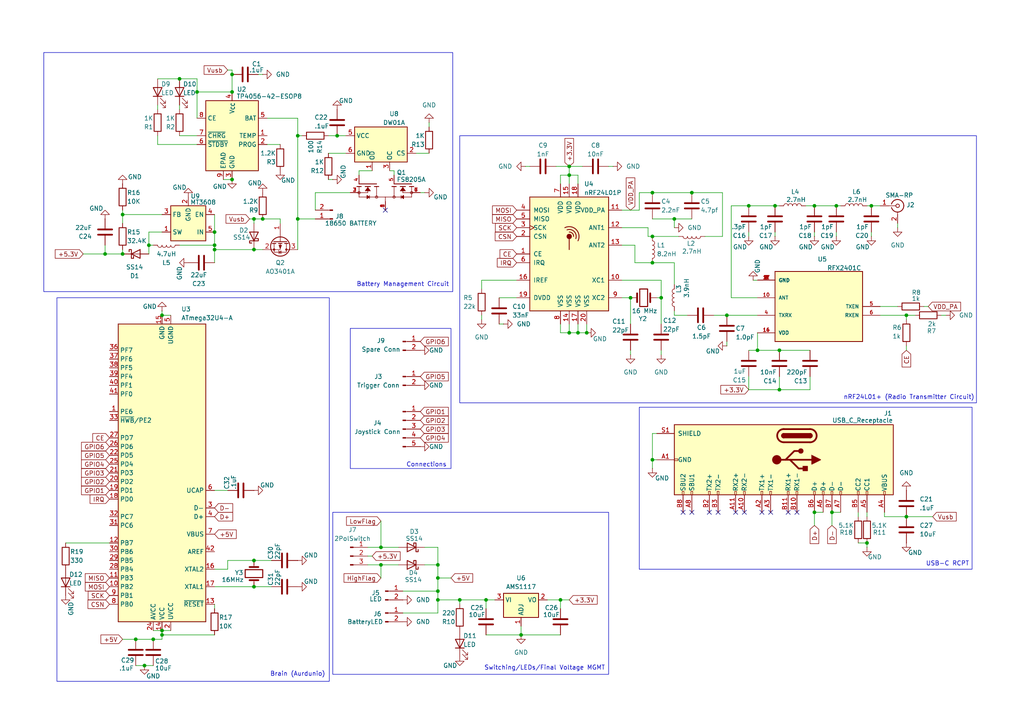
<source format=kicad_sch>
(kicad_sch (version 20250114) (generator "eeschema") (generator_version "9.0")
  (paper "A4")
  (rectangle (start 133.35 39.37) (end 283.21 116.84))
  (rectangle (start 96.52 148.59) (end 176.53 195.58))
  (rectangle (start 101.6 95.25) (end 130.81 135.89))
  (rectangle (start 185.42 118.11) (end 281.94 165.1))
  (rectangle (start 12.7 15.24) (end 131.318 84.582))
  (rectangle (start 16.51 86.36) (end 95.504 197.612))
  (text "Brain (Aurdunio)" (at 86.36 195.58 0) (effects (font (size 1.27 1.27))))
  (text "Battery Management Circuit" (at 116.84 82.55 0) (effects (font (size 1.27 1.27))))
  (text "nRF24L01+ (Radio Transmitter Circuit)" (at 263.652 115.316 0) (effects (font (size 1.27 1.27))))
  (text "Connections" (at 123.698 134.874 0) (effects (font (size 1.27 1.27))))
  (text "Switching/LEDs/Final Voltage MGMT" (at 157.988 193.802 0) (effects (font (size 1.27 1.27))))
  (text "USB-C RCPT" (at 274.828 163.576 0) (effects (font (size 1.27 1.27))))
  (junction (at 224.79 59.69))
  (junction (at 62.23 67.31))
  (junction (at 165.1 48.26))
  (junction (at 67.31 26.67))
  (junction (at 251.46 157.48))
  (junction (at 189.23 55.88))
  (junction (at 127 171.45))
  (junction (at 241.3 148.59))
  (junction (at 44.45 185.42))
  (junction (at 140.97 173.99))
  (junction (at 167.64 96.52))
  (junction (at 97.79 39.37))
  (junction (at 226.06 101.6))
  (junction (at 200.66 55.88))
  (junction (at 165.1 96.52))
  (junction (at 73.66 162.56))
  (junction (at 133.35 173.99))
  (junction (at 151.13 184.15))
  (junction (at 262.89 149.86))
  (junction (at 191.77 86.36))
  (junction (at 242.57 59.69))
  (junction (at 252.73 59.69))
  (junction (at 73.66 63.5))
  (junction (at 62.23 72.39))
  (junction (at 41.91 193.04))
  (junction (at 67.31 52.07))
  (junction (at 189.23 76.2))
  (junction (at 43.18 71.12))
  (junction (at 182.88 86.36))
  (junction (at 189.23 133.35))
  (junction (at 73.66 170.18))
  (junction (at 217.17 59.69))
  (junction (at 127 173.99))
  (junction (at 35.56 62.23))
  (junction (at 165.1 50.8))
  (junction (at 35.56 73.66))
  (junction (at 73.66 72.39))
  (junction (at 110.49 163.83))
  (junction (at 30.48 73.66))
  (junction (at 76.2 63.5))
  (junction (at 62.23 71.12))
  (junction (at 127 167.64))
  (junction (at 219.71 101.6))
  (junction (at 86.36 63.5))
  (junction (at 262.89 91.44))
  (junction (at 189.23 68.58))
  (junction (at 86.36 39.37))
  (junction (at 127 163.83))
  (junction (at 226.06 113.03))
  (junction (at 110.49 158.75))
  (junction (at 195.58 63.5))
  (junction (at 39.37 185.42))
  (junction (at 236.22 59.69))
  (junction (at 52.07 22.86))
  (junction (at 236.22 148.59))
  (junction (at 46.99 182.88))
  (junction (at 210.82 91.44))
  (junction (at 67.31 21.59))
  (junction (at 46.99 184.15))
  (junction (at 170.18 96.52))
  (junction (at 162.56 173.99))
  (junction (at 57.15 26.67))
  (junction (at 46.99 91.44))
  (no_connect (at 198.12 148.59))
  (no_connect (at 228.6 148.59))
  (no_connect (at 208.28 148.59))
  (no_connect (at 220.98 148.59))
  (no_connect (at 213.36 148.59))
  (no_connect (at 200.66 148.59))
  (no_connect (at 111.76 60.96))
  (no_connect (at 205.74 148.59))
  (no_connect (at 231.14 148.59))
  (no_connect (at 215.9 148.59))
  (no_connect (at 223.52 148.59))
  (wire (pts (xy 200.66 55.88) (xy 209.55 55.88)))
  (wire (pts (xy 248.92 148.59) (xy 248.92 149.86)))
  (wire (pts (xy 236.22 68.58) (xy 236.22 67.31)))
  (wire (pts (xy 91.44 55.88) (xy 101.6 55.88)))
  (wire (pts (xy 236.22 148.59) (xy 236.22 152.4)))
  (wire (pts (xy 251.46 157.48) (xy 251.46 158.75)))
  (wire (pts (xy 62.23 71.12) (xy 62.23 67.31)))
  (wire (pts (xy 217.17 113.03) (xy 226.06 113.03)))
  (wire (pts (xy 35.56 62.23) (xy 35.56 60.96)))
  (wire (pts (xy 189.23 125.73) (xy 189.23 133.35)))
  (wire (pts (xy 252.73 59.69) (xy 255.27 59.69)))
  (wire (pts (xy 127 158.75) (xy 127 163.83)))
  (wire (pts (xy 234.95 113.03) (xy 234.95 109.22)))
  (wire (pts (xy 120.65 44.45) (xy 124.46 44.45)))
  (wire (pts (xy 74.93 21.59) (xy 76.2 21.59)))
  (wire (pts (xy 76.2 63.5) (xy 81.28 63.5)))
  (wire (pts (xy 180.34 86.36) (xy 182.88 86.36)))
  (wire (pts (xy 189.23 133.35) (xy 190.5 133.35)))
  (wire (pts (xy 140.97 184.15) (xy 151.13 184.15)))
  (wire (pts (xy 52.07 31.75) (xy 52.07 30.48)))
  (wire (pts (xy 233.68 59.69) (xy 236.22 59.69)))
  (wire (pts (xy 52.07 39.37) (xy 57.15 39.37)))
  (wire (pts (xy 217.17 59.69) (xy 224.79 59.69)))
  (wire (pts (xy 191.77 86.36) (xy 190.5 86.36)))
  (wire (pts (xy 165.1 48.26) (xy 168.91 48.26)))
  (wire (pts (xy 127 167.64) (xy 127 171.45)))
  (wire (pts (xy 241.3 148.59) (xy 241.3 152.4)))
  (wire (pts (xy 189.23 63.5) (xy 195.58 63.5)))
  (wire (pts (xy 44.45 71.12) (xy 43.18 71.12)))
  (wire (pts (xy 127 173.99) (xy 133.35 173.99)))
  (wire (pts (xy 39.37 193.04) (xy 41.91 193.04)))
  (wire (pts (xy 209.55 68.58) (xy 209.55 55.88)))
  (wire (pts (xy 189.23 68.58) (xy 187.96 68.58)))
  (wire (pts (xy 46.99 182.88) (xy 46.99 184.15)))
  (wire (pts (xy 123.19 158.75) (xy 127 158.75)))
  (wire (pts (xy 62.23 71.12) (xy 52.07 71.12)))
  (wire (pts (xy 139.7 91.44) (xy 139.7 92.71)))
  (wire (pts (xy 152.4 48.26) (xy 153.67 48.26)))
  (wire (pts (xy 19.05 157.48) (xy 31.75 157.48)))
  (wire (pts (xy 189.23 55.88) (xy 200.66 55.88)))
  (wire (pts (xy 100.33 44.45) (xy 95.25 44.45)))
  (wire (pts (xy 226.06 101.6) (xy 219.71 101.6)))
  (wire (pts (xy 180.34 60.96) (xy 185.42 60.96)))
  (wire (pts (xy 165.1 50.8) (xy 165.1 53.34)))
  (wire (pts (xy 255.27 88.9) (xy 260.35 88.9)))
  (wire (pts (xy 242.57 59.69) (xy 243.84 59.69)))
  (wire (pts (xy 144.78 93.98) (xy 146.05 93.98)))
  (wire (pts (xy 91.44 63.5) (xy 86.36 63.5)))
  (wire (pts (xy 180.34 66.04) (xy 187.96 66.04)))
  (wire (pts (xy 251.46 59.69) (xy 252.73 59.69)))
  (wire (pts (xy 252.73 68.58) (xy 252.73 67.31)))
  (wire (pts (xy 195.58 91.44) (xy 199.39 91.44)))
  (wire (pts (xy 44.45 185.42) (xy 46.99 185.42)))
  (wire (pts (xy 81.28 64.77) (xy 81.28 63.5)))
  (wire (pts (xy 123.19 163.83) (xy 127 163.83)))
  (wire (pts (xy 219.71 86.36) (xy 212.09 86.36)))
  (wire (pts (xy 195.58 90.17) (xy 195.58 91.44)))
  (wire (pts (xy 180.34 81.28) (xy 191.77 81.28)))
  (wire (pts (xy 45.72 31.75) (xy 45.72 30.48)))
  (wire (pts (xy 242.57 59.69) (xy 236.22 59.69)))
  (wire (pts (xy 195.58 63.5) (xy 195.58 66.04)))
  (wire (pts (xy 162.56 96.52) (xy 165.1 96.52)))
  (wire (pts (xy 161.29 48.26) (xy 165.1 48.26)))
  (wire (pts (xy 46.99 90.17) (xy 46.99 91.44)))
  (wire (pts (xy 104.14 49.53) (xy 104.14 50.8)))
  (wire (pts (xy 57.15 41.91) (xy 45.72 41.91)))
  (wire (pts (xy 110.49 167.64) (xy 110.49 163.83)))
  (wire (pts (xy 189.23 68.58) (xy 196.85 68.58)))
  (wire (pts (xy 45.72 22.86) (xy 52.07 22.86)))
  (wire (pts (xy 151.13 184.15) (xy 162.56 184.15)))
  (wire (pts (xy 73.66 162.56) (xy 78.74 162.56)))
  (wire (pts (xy 248.92 157.48) (xy 251.46 157.48)))
  (wire (pts (xy 167.64 50.8) (xy 167.64 53.34)))
  (wire (pts (xy 256.54 149.86) (xy 262.89 149.86)))
  (wire (pts (xy 185.42 60.96) (xy 185.42 55.88)))
  (wire (pts (xy 62.23 76.2) (xy 62.23 72.39)))
  (wire (pts (xy 184.15 71.12) (xy 184.15 76.2)))
  (wire (pts (xy 66.04 162.56) (xy 73.66 162.56)))
  (wire (pts (xy 133.35 175.26) (xy 133.35 173.99)))
  (wire (pts (xy 67.31 20.32) (xy 67.31 21.59)))
  (wire (pts (xy 165.1 50.8) (xy 167.64 50.8)))
  (wire (pts (xy 62.23 72.39) (xy 73.66 72.39)))
  (wire (pts (xy 226.06 113.03) (xy 234.95 113.03)))
  (wire (pts (xy 86.36 63.5) (xy 86.36 72.39)))
  (wire (pts (xy 218.44 81.28) (xy 219.71 81.28)))
  (wire (pts (xy 114.3 49.53) (xy 114.3 50.8)))
  (wire (pts (xy 106.68 158.75) (xy 110.49 158.75)))
  (wire (pts (xy 46.99 182.88) (xy 49.53 182.88)))
  (wire (pts (xy 242.57 68.58) (xy 242.57 67.31)))
  (wire (pts (xy 167.64 93.98) (xy 167.64 96.52)))
  (wire (pts (xy 86.36 39.37) (xy 87.63 39.37)))
  (wire (pts (xy 73.66 63.5) (xy 76.2 63.5)))
  (wire (pts (xy 255.27 91.44) (xy 262.89 91.44)))
  (wire (pts (xy 91.44 55.88) (xy 91.44 60.96)))
  (wire (pts (xy 182.88 86.36) (xy 182.88 93.98)))
  (wire (pts (xy 52.07 22.86) (xy 57.15 22.86)))
  (wire (pts (xy 86.36 39.37) (xy 86.36 63.5)))
  (wire (pts (xy 127 171.45) (xy 127 173.99)))
  (wire (pts (xy 73.66 170.18) (xy 78.74 170.18)))
  (wire (pts (xy 273.05 91.44) (xy 274.32 91.44)))
  (wire (pts (xy 66.04 165.1) (xy 66.04 162.56)))
  (wire (pts (xy 73.66 72.39) (xy 76.2 72.39)))
  (wire (pts (xy 140.97 176.53) (xy 140.97 173.99)))
  (wire (pts (xy 77.47 41.91) (xy 81.28 41.91)))
  (wire (pts (xy 182.88 101.6) (xy 182.88 102.87)))
  (wire (pts (xy 127 177.8) (xy 116.84 177.8)))
  (wire (pts (xy 162.56 93.98) (xy 162.56 96.52)))
  (wire (pts (xy 187.96 68.58) (xy 187.96 66.04)))
  (wire (pts (xy 46.99 184.15) (xy 62.23 184.15)))
  (wire (pts (xy 256.54 148.59) (xy 256.54 149.86)))
  (wire (pts (xy 162.56 176.53) (xy 162.56 173.99)))
  (wire (pts (xy 57.15 26.67) (xy 67.31 26.67)))
  (wire (pts (xy 107.95 49.53) (xy 104.14 49.53)))
  (wire (pts (xy 116.84 171.45) (xy 127 171.45)))
  (wire (pts (xy 212.09 59.69) (xy 217.17 59.69)))
  (wire (pts (xy 64.77 52.07) (xy 67.31 52.07)))
  (wire (pts (xy 113.03 49.53) (xy 114.3 49.53)))
  (wire (pts (xy 234.95 101.6) (xy 226.06 101.6)))
  (wire (pts (xy 262.89 149.86) (xy 270.51 149.86)))
  (wire (pts (xy 224.79 59.69) (xy 226.06 59.69)))
  (wire (pts (xy 207.01 91.44) (xy 210.82 91.44)))
  (wire (pts (xy 236.22 148.59) (xy 238.76 148.59)))
  (wire (pts (xy 30.48 73.66) (xy 24.13 73.66)))
  (wire (pts (xy 190.5 125.73) (xy 189.23 125.73)))
  (wire (pts (xy 127 163.83) (xy 127 167.64)))
  (wire (pts (xy 110.49 151.13) (xy 110.49 158.75)))
  (wire (pts (xy 45.72 41.91) (xy 45.72 39.37)))
  (wire (pts (xy 95.25 39.37) (xy 97.79 39.37)))
  (wire (pts (xy 62.23 175.26) (xy 62.23 176.53)))
  (wire (pts (xy 121.92 55.88) (xy 123.19 55.88)))
  (wire (pts (xy 217.17 109.22) (xy 217.17 113.03)))
  (wire (pts (xy 77.47 34.29) (xy 86.36 34.29)))
  (wire (pts (xy 35.56 73.66) (xy 30.48 73.66)))
  (wire (pts (xy 110.49 158.75) (xy 115.57 158.75)))
  (wire (pts (xy 46.99 91.44) (xy 49.53 91.44)))
  (wire (pts (xy 57.15 26.67) (xy 57.15 34.29)))
  (wire (pts (xy 133.35 173.99) (xy 140.97 173.99)))
  (wire (pts (xy 57.15 26.67) (xy 57.15 22.86)))
  (wire (pts (xy 35.56 185.42) (xy 39.37 185.42)))
  (wire (pts (xy 158.75 173.99) (xy 162.56 173.99)))
  (wire (pts (xy 260.35 66.04) (xy 260.35 64.77)))
  (wire (pts (xy 195.58 63.5) (xy 200.66 63.5)))
  (wire (pts (xy 226.06 113.03) (xy 226.06 109.22)))
  (wire (pts (xy 127 167.64) (xy 130.81 167.64)))
  (wire (pts (xy 139.7 81.28) (xy 149.86 81.28)))
  (wire (pts (xy 180.34 71.12) (xy 184.15 71.12)))
  (wire (pts (xy 46.99 184.15) (xy 46.99 185.42)))
  (wire (pts (xy 162.56 53.34) (xy 162.56 50.8)))
  (wire (pts (xy 170.18 93.98) (xy 170.18 96.52)))
  (wire (pts (xy 41.91 193.04) (xy 44.45 193.04)))
  (wire (pts (xy 162.56 50.8) (xy 165.1 50.8)))
  (wire (pts (xy 127 173.99) (xy 127 177.8)))
  (wire (pts (xy 151.13 181.61) (xy 151.13 184.15)))
  (wire (pts (xy 210.82 99.06) (xy 210.82 100.33)))
  (wire (pts (xy 43.18 67.31) (xy 43.18 71.12)))
  (wire (pts (xy 185.42 55.88) (xy 189.23 55.88)))
  (wire (pts (xy 106.68 161.29) (xy 107.95 161.29)))
  (wire (pts (xy 35.56 73.66) (xy 35.56 72.39)))
  (wire (pts (xy 66.04 20.32) (xy 67.31 20.32)))
  (wire (pts (xy 167.64 96.52) (xy 170.18 96.52)))
  (wire (pts (xy 86.36 34.29) (xy 86.36 39.37)))
  (wire (pts (xy 267.97 88.9) (xy 269.24 88.9)))
  (wire (pts (xy 106.68 163.83) (xy 110.49 163.83)))
  (wire (pts (xy 189.23 133.35) (xy 189.23 135.89)))
  (wire (pts (xy 191.77 81.28) (xy 191.77 86.36)))
  (wire (pts (xy 262.89 92.71) (xy 262.89 91.44)))
  (wire (pts (xy 219.71 101.6) (xy 217.17 101.6)))
  (wire (pts (xy 67.31 21.59) (xy 67.31 26.67)))
  (wire (pts (xy 189.23 76.2) (xy 195.58 76.2)))
  (wire (pts (xy 210.82 91.44) (xy 219.71 91.44)))
  (wire (pts (xy 30.48 71.12) (xy 30.48 73.66)))
  (wire (pts (xy 62.23 72.39) (xy 62.23 71.12)))
  (wire (pts (xy 219.71 96.52) (xy 219.71 101.6)))
  (wire (pts (xy 46.99 67.31) (xy 43.18 67.31)))
  (wire (pts (xy 139.7 81.28) (xy 139.7 83.82)))
  (wire (pts (xy 224.79 68.58) (xy 224.79 67.31)))
  (wire (pts (xy 62.23 142.24) (xy 66.04 142.24)))
  (wire (pts (xy 62.23 170.18) (xy 73.66 170.18)))
  (wire (pts (xy 39.37 185.42) (xy 44.45 185.42)))
  (wire (pts (xy 217.17 68.58) (xy 217.17 67.31)))
  (wire (pts (xy 110.49 163.83) (xy 115.57 163.83)))
  (wire (pts (xy 95.25 52.07) (xy 96.52 52.07)))
  (wire (pts (xy 184.15 76.2) (xy 189.23 76.2)))
  (wire (pts (xy 124.46 35.56) (xy 124.46 36.83)))
  (wire (pts (xy 251.46 148.59) (xy 251.46 149.86)))
  (wire (pts (xy 97.79 39.37) (xy 100.33 39.37)))
  (wire (pts (xy 262.89 91.44) (xy 265.43 91.44)))
  (wire (pts (xy 73.66 64.77) (xy 73.66 63.5)))
  (wire (pts (xy 44.45 182.88) (xy 46.99 182.88)))
  (wire (pts (xy 165.1 96.52) (xy 167.64 96.52)))
  (wire (pts (xy 191.77 86.36) (xy 191.77 93.98)))
  (wire (pts (xy 165.1 48.26) (xy 165.1 50.8)))
  (wire (pts (xy 191.77 101.6) (xy 191.77 102.87)))
  (wire (pts (xy 162.56 173.99) (xy 165.1 173.99)))
  (wire (pts (xy 62.23 62.23) (xy 62.23 67.31)))
  (wire (pts (xy 204.47 68.58) (xy 209.55 68.58)))
  (wire (pts (xy 140.97 173.99) (xy 143.51 173.99)))
  (wire (pts (xy 43.18 71.12) (xy 43.18 73.66)))
  (wire (pts (xy 262.89 100.33) (xy 262.89 101.6)))
  (wire (pts (xy 195.58 76.2) (xy 195.58 82.55)))
  (wire (pts (xy 165.1 93.98) (xy 165.1 96.52)))
  (wire (pts (xy 212.09 86.36) (xy 212.09 59.69)))
  (wire (pts (xy 176.53 48.26) (xy 177.8 48.26)))
  (wire (pts (xy 241.3 148.59) (xy 243.84 148.59)))
  (wire (pts (xy 73.66 63.5) (xy 72.39 63.5)))
  (wire (pts (xy 144.78 86.36) (xy 149.86 86.36)))
  (wire (pts (xy 62.23 165.1) (xy 66.04 165.1)))
  (wire (pts (xy 46.99 62.23) (xy 35.56 62.23)))
  (wire (pts (xy 35.56 64.77) (xy 35.56 62.23)))
  (global_label "GPIO5" (shape input) (at 31.75 132.08 180) (property "Intersheetrefs" "${INTERSHEET_REFS}" (effects (hide yes))))
  (global_label "CSN" (shape input) (at 149.86 68.58 180) (property "Intersheetrefs" "${INTERSHEET_REFS}" (effects (hide yes))))
  (global_label "CSN" (shape input) (at 31.75 175.26 180) (property "Intersheetrefs" "${INTERSHEET_REFS}" (effects (hide yes))))
  (global_label "MISO" (shape input) (at 31.75 167.64 180) (property "Intersheetrefs" "${INTERSHEET_REFS}" (effects (hide yes))))
  (global_label "+5V" (shape input) (at 130.81 167.64 0) (property "Intersheetrefs" "${INTERSHEET_REFS}" (effects (hide yes))))
  (global_label "GPIO3" (shape input) (at 31.75 137.16 180) (property "Intersheetrefs" "${INTERSHEET_REFS}" (effects (hide yes))))
  (global_label "D+" (shape input) (at 62.23 149.86 0) (property "Intersheetrefs" "${INTERSHEET_REFS}" (effects (hide yes))))
  (global_label "MISO" (shape input) (at 149.86 63.5 180) (property "Intersheetrefs" "${INTERSHEET_REFS}" (effects (hide yes))))
  (global_label "HighFlag" (shape input) (at 110.49 167.64 180) (property "Intersheetrefs" "${INTERSHEET_REFS}" (effects (hide yes))))
  (global_label "GPIO5" (shape input) (at 121.92 109.22 0) (property "Intersheetrefs" "${INTERSHEET_REFS}" (effects (hide yes))))
  (global_label "SCK" (shape input) (at 31.75 172.72 180) (property "Intersheetrefs" "${INTERSHEET_REFS}" (effects (hide yes))))
  (global_label "MOSI" (shape input) (at 31.75 170.18 180) (property "Intersheetrefs" "${INTERSHEET_REFS}" (effects (hide yes))))
  (global_label "GPIO2" (shape input) (at 31.75 139.7 180) (property "Intersheetrefs" "${INTERSHEET_REFS}" (effects (hide yes))))
  (global_label "+3.3V" (shape input) (at 165.1 48.26 90) (property "Intersheetrefs" "${INTERSHEET_REFS}" (effects (hide yes))))
  (global_label "GPIO6" (shape input) (at 121.92 99.06 0) (property "Intersheetrefs" "${INTERSHEET_REFS}" (effects (hide yes))))
  (global_label "+5.3V" (shape input) (at 107.95 161.29 0) (property "Intersheetrefs" "${INTERSHEET_REFS}" (effects (hide yes))))
  (global_label "IRQ" (shape input) (at 149.86 76.2 180) (property "Intersheetrefs" "${INTERSHEET_REFS}" (effects (hide yes))))
  (global_label "GPIO3" (shape input) (at 121.92 124.46 0) (property "Intersheetrefs" "${INTERSHEET_REFS}" (effects (hide yes))))
  (global_label "D+" (shape input) (at 236.22 152.4 270) (property "Intersheetrefs" "${INTERSHEET_REFS}" (effects (hide yes))))
  (global_label "+5V" (shape input) (at 62.23 154.94 0) (property "Intersheetrefs" "${INTERSHEET_REFS}" (effects (hide yes))))
  (global_label "GPIO1" (shape input) (at 121.92 119.38 0) (property "Intersheetrefs" "${INTERSHEET_REFS}" (effects (hide yes))))
  (global_label "GPIO4" (shape input) (at 31.75 134.62 180) (property "Intersheetrefs" "${INTERSHEET_REFS}" (effects (hide yes))))
  (global_label "+5.3V" (shape input) (at 24.13 73.66 180) (property "Intersheetrefs" "${INTERSHEET_REFS}" (effects (hide yes))))
  (global_label "GPIO6" (shape input) (at 31.75 129.54 180) (property "Intersheetrefs" "${INTERSHEET_REFS}" (effects (hide yes))))
  (global_label "VDD_PA" (shape input) (at 269.24 88.9 0) (property "Intersheetrefs" "${INTERSHEET_REFS}" (effects (hide yes))))
  (global_label "Vusb" (shape input) (at 72.39 63.5 180) (property "Intersheetrefs" "${INTERSHEET_REFS}" (effects (hide yes))))
  (global_label "Vusb" (shape input) (at 66.04 20.32 180) (property "Intersheetrefs" "${INTERSHEET_REFS}" (effects (hide yes))))
  (global_label "CE" (shape input) (at 149.86 73.66 180) (property "Intersheetrefs" "${INTERSHEET_REFS}" (effects (hide yes))))
  (global_label "GPIO4" (shape input) (at 121.92 127 0) (property "Intersheetrefs" "${INTERSHEET_REFS}" (effects (hide yes))))
  (global_label "D-" (shape input) (at 241.3 152.4 270) (property "Intersheetrefs" "${INTERSHEET_REFS}" (effects (hide yes))))
  (global_label "+3.3V" (shape input) (at 165.1 173.99 0) (property "Intersheetrefs" "${INTERSHEET_REFS}" (effects (hide yes))))
  (global_label "CE" (shape input) (at 31.75 127 180) (property "Intersheetrefs" "${INTERSHEET_REFS}" (effects (hide yes))))
  (global_label "LowFlag" (shape input) (at 110.49 151.13 180) (property "Intersheetrefs" "${INTERSHEET_REFS}" (effects (hide yes))))
  (global_label "IRQ" (shape input) (at 31.75 144.78 180) (property "Intersheetrefs" "${INTERSHEET_REFS}" (effects (hide yes))))
  (global_label "Vusb" (shape input) (at 270.51 149.86 0) (property "Intersheetrefs" "${INTERSHEET_REFS}" (effects (hide yes))))
  (global_label "D-" (shape input) (at 62.23 147.32 0) (property "Intersheetrefs" "${INTERSHEET_REFS}" (effects (hide yes))))
  (global_label "GPIO2" (shape input) (at 121.92 121.92 0) (property "Intersheetrefs" "${INTERSHEET_REFS}" (effects (hide yes))))
  (global_label "+5V" (shape input) (at 35.56 185.42 180) (property "Intersheetrefs" "${INTERSHEET_REFS}" (effects (hide yes))))
  (global_label "GPIO1" (shape input) (at 31.75 142.24 180) (property "Intersheetrefs" "${INTERSHEET_REFS}" (effects (hide yes))))
  (global_label "VDD_PA" (shape input) (at 182.88 60.96 90) (property "Intersheetrefs" "${INTERSHEET_REFS}" (effects (hide yes))))
  (global_label "SCK" (shape input) (at 149.86 66.04 180) (property "Intersheetrefs" "${INTERSHEET_REFS}" (effects (hide yes))))
  (global_label "+3.3V" (shape input) (at 217.17 113.03 180) (property "Intersheetrefs" "${INTERSHEET_REFS}" (effects (hide yes))))
  (global_label "MOSI" (shape input) (at 149.86 60.96 180) (property "Intersheetrefs" "${INTERSHEET_REFS}" (effects (hide yes))))
  (global_label "CE" (shape input) (at 262.89 101.6 270) (property "Intersheetrefs" "${INTERSHEET_REFS}" (effects (hide yes))))
  (symbol (lib_id "RFX2401C:RFX2401C") (at 237.49 88.9 180) (unit 1)
    (property "Reference" "U5" (at 238.506 75.184 0))
    (property "Value" "RFX2401C" (at 244.856 77.724 0))
    (property "Footprint" "RFX2401C:QFN50P300X300X60-17N" (effects (hide yes)))
    (property "MF" "Skyworks Solutions" (effects (hide yes)))
    (property "MOUSER-PURCHASE-URL" "https://snapeda.com/shop?store=Mouser&id=556493" (effects (hide yes)))
    (property "DESCRIPTION" "RF Front End 2.4GHz ~ 2.5GHz 802.15.4, Zigbee® 16-QFN (3x3)" (effects (hide yes)))
    (property "PACKAGE" "UFQFN-16 Skyworks Solutions" (effects (hide yes)))
    (property "PRICE" "None" (effects (hide yes)))
    (property "Package" "UFQFN-16 Skyworks Solutions" (effects (hide yes)))
    (property "Check_prices" "https://www.snapeda.com/parts/RFX2401C/Skyworks+Solution%252C+Inc./view-part/?ref=eda" (effects (hide yes)))
    (property "Price" "None" (effects (hide yes)))
    (property "SnapEDA_Link" "https://www.snapeda.com/parts/RFX2401C/Skyworks+Solution%252C+Inc./view-part/?ref=snap" (effects (hide yes)))
    (property "MP" "RFX2401C" (effects (hide yes)))
    (property "DIGIKEY-PURCHASE-URL" "https://snapeda.com/shop?store=DigiKey&id=556493" (effects (hide yes)))
    (property "Availability" "In Stock" (effects (hide yes)))
    (property "AVAILABILITY" "Unavailable" (effects (hide yes)))
    (property "Description_1" "RF Front End 2.4GHz ~ 2.5GHz 802.15.4, Zigbee® 16-QFN (3x3)" (effects (hide yes)))
  )
  (symbol (lib_id "power:GND") (at 96.52 52.07 90) (unit 1)
    (property "Reference" "#PWR034" (effects (hide yes)))
    (property "Value" "GND" (at 99.568 49.784 0))
    (property "Description" "Power symbol creates a global label with name \"GND\" , ground" (effects (hide yes)))
  )
  (symbol (lib_id "power:GND") (at 195.58 66.04 90) (unit 1)
    (property "Reference" "#PWR03" (effects (hide yes)))
    (property "Value" "GND" (at 199.39 66.0399 90) (effects (justify right)))
    (property "Description" "Power symbol creates a global label with name \"GND\" , ground" (effects (hide yes)))
  )
  (symbol (lib_id "power:GND") (at 121.92 111.76 90) (unit 1)
    (property "Reference" "#PWR050" (effects (hide yes)))
    (property "Value" "GND" (at 126.492 111.76 90))
    (property "Description" "Power symbol creates a global label with name \"GND\" , ground" (effects (hide yes)))
  )
  (symbol (lib_id "Device:LED") (at 45.72 26.67 90) (unit 1)
    (property "Reference" "D9" (at 46.736 24.384 90) (effects (justify right)))
    (property "Value" "LED" (at 46.736 26.924 90) (effects (justify right)))
    (property "Description" "Light emitting diode" (effects (hide yes)))
    (property "Sim.Pins" "1=K 2=A" (effects (hide yes)))
  )
  (symbol (lib_id "power:GND") (at 182.88 102.87 0) (unit 1)
    (property "Reference" "#PWR016" (effects (hide yes)))
    (property "Value" "GND" (at 182.88 107.95 0))
    (property "Description" "Power symbol creates a global label with name \"GND\" , ground" (effects (hide yes)))
  )
  (symbol (lib_id "power:GND") (at 121.92 129.54 90) (unit 1)
    (property "Reference" "#PWR049" (effects (hide yes)))
    (property "Value" "GND" (at 126.492 129.54 90))
    (property "Description" "Power symbol creates a global label with name \"GND\" , ground" (effects (hide yes)))
  )
  (symbol (lib_id "Device:C") (at 162.56 180.34 0) (unit 1)
    (property "Reference" "C26" (at 157.988 176.276 0) (effects (justify left)))
    (property "Value" "10uF" (at 157.48 178.308 0) (effects (justify left)))
    (property "Description" "Unpolarized capacitor" (effects (hide yes)))
  )
  (symbol (lib_id "power:GND") (at 274.32 91.44 90) (unit 1)
    (property "Reference" "#PWR026" (effects (hide yes)))
    (property "Value" "GND" (at 278.13 91.4399 90) (effects (justify right)))
    (property "Description" "Power symbol creates a global label with name \"GND\" , ground" (effects (hide yes)))
  )
  (symbol (lib_id "Device:C") (at 224.79 63.5 0) (unit 1)
    (property "Reference" "C17" (at 224.028 68.326 0) (effects (justify right)))
    (property "Value" "1pF" (at 224.028 65.786 0) (effects (justify right)))
    (property "Description" "Unpolarized capacitor" (effects (hide yes)))
  )
  (symbol (lib_id "power:GND") (at 76.2 21.59 90) (unit 1)
    (property "Reference" "#PWR032" (effects (hide yes)))
    (property "Value" "GND" (at 80.01 21.5899 90) (effects (justify right)))
    (property "Description" "Power symbol creates a global label with name \"GND\" , ground" (effects (hide yes)))
  )
  (symbol (lib_id "power:GND") (at 146.05 93.98 90) (unit 1)
    (property "Reference" "#PWR014" (effects (hide yes)))
    (property "Value" "GND" (at 149.86 93.9799 90) (effects (justify right)))
    (property "Description" "Power symbol creates a global label with name \"GND\" , ground" (effects (hide yes)))
  )
  (symbol (lib_id "Transistor_FET:AO3401A") (at 81.28 69.85 270) (unit 1)
    (property "Reference" "Q2" (at 81.28 76.2 90))
    (property "Value" "AO3401A" (at 81.28 78.74 90))
    (property "Footprint" "Package_TO_SOT_SMD:SOT-23" (effects (hide yes)))
    (property "Datasheet" "http://www.aosmd.com/pdfs/datasheet/AO3401A.pdf" (effects (hide yes)))
    (property "Description" "-4.0A Id, -30V Vds, P-Channel MOSFET, SOT-23" (effects (hide yes)))
  )
  (symbol (lib_id "Device:L") (at 200.66 68.58 270) (unit 1)
    (property "Reference" "L2" (at 200.406 70.612 90))
    (property "Value" "2.7nH" (at 200.66 72.898 90))
    (property "Description" "Inductor" (effects (hide yes)))
  )
  (symbol (lib_id "Battery_Management:TP4056-42-ESOP8") (at 67.31 39.37 0) (unit 1)
    (property "Reference" "U2" (at 68.7227 25.908 0) (effects (justify left)))
    (property "Value" "TP4056-42-ESOP8" (at 68.58 27.94 0) (effects (justify left)))
    (property "Footprint" "Package_SO:SOIC-8-1EP_3.9x4.9mm_P1.27mm_EP2.41x3.3mm_ThermalVias" (effects (hide yes)))
    (property "Datasheet" "https://www.lcsc.com/datasheet/lcsc_datasheet_2410121619_TOPPOWER-Nanjing-Extension-Microelectronics-TP4056-42-ESOP8_C16581.pdf" (effects (hide yes)))
    (property "Description" "1A Standalone Linear Li-ion/LiPo single-cell battery charger, 4.2V ±1% charge voltage, VCC = 4.0..8.0V, SOIC-8 (SOP-8)" (effects (hide yes)))
  )
  (symbol (lib_id "power:GND") (at 262.89 157.48 0) (unit 1)
    (property "Reference" "#PWR018" (effects (hide yes)))
    (property "Value" "GND" (at 265.43 160.274 0))
    (property "Description" "Power symbol creates a global label with name \"GND\" , ground" (effects (hide yes)))
  )
  (symbol (lib_id "Connector:Conn_01x03_Pin") (at 101.6 161.29 0) (unit 1)
    (property "Reference" "J7" (at 102.235 153.67 0))
    (property "Value" "2PolSwitch" (at 102.235 156.21 0))
    (property "Description" "Generic connector, single row, 01x03, script generated" (effects (hide yes)))
  )
  (symbol (lib_id "Device:LED") (at 19.05 168.91 90) (unit 1)
    (property "Reference" "D12" (at 20.066 166.624 90) (effects (justify right)))
    (property "Value" "LED" (at 20.066 169.164 90) (effects (justify right)))
    (property "Description" "Light emitting diode" (effects (hide yes)))
    (property "Sim.Pins" "1=K 2=A" (effects (hide yes)))
  )
  (symbol (lib_id "Device:R") (at 124.46 40.64 180) (unit 1)
    (property "Reference" "R13" (at 123.19 41.91 0) (effects (justify left)))
    (property "Value" "1K" (at 123.19 39.37 0) (effects (justify left)))
    (property "Description" "Resistor" (effects (hide yes)))
  )
  (symbol (lib_id "power:GND") (at 76.2 55.88 180) (unit 1)
    (property "Reference" "#PWR042" (effects (hide yes)))
    (property "Value" "GND" (at 73.914 53.086 0))
    (property "Description" "Power symbol creates a global label with name \"GND\" , ground" (effects (hide yes)))
  )
  (symbol (lib_id "power:GND") (at 46.99 90.17 180) (unit 1)
    (property "Reference" "#PWR043" (effects (hide yes)))
    (property "Value" "GND" (at 43.434 88.9 0))
    (property "Description" "Power symbol creates a global label with name \"GND\" , ground" (effects (hide yes)))
  )
  (symbol (lib_id "Device:R") (at 133.35 179.07 180) (unit 1)
    (property "Reference" "R10" (at 132.08 180.34 0) (effects (justify left)))
    (property "Value" "220" (at 132.08 177.8 0) (effects (justify left)))
    (property "Description" "Resistor" (effects (hide yes)))
  )
  (symbol (lib_id "Device:C") (at 44.45 189.23 0) (unit 1)
    (property "Reference" "C28" (at 44.958 191.77 0) (effects (justify left)))
    (property "Value" "10uF" (at 44.958 193.802 0) (effects (justify left)))
    (property "Description" "Unpolarized capacitor" (effects (hide yes)))
  )
  (symbol (lib_id "Device:C") (at 182.88 97.79 0) (unit 1)
    (property "Reference" "C11" (at 177.546 93.218 0) (effects (justify left)))
    (property "Value" "22pF" (at 177.546 95.758 0) (effects (justify left)))
    (property "Description" "Unpolarized capacitor" (effects (hide yes)))
  )
  (symbol (lib_id "Device:L") (at 189.23 72.39 0) (unit 1)
    (property "Reference" "L1" (at 190.5 71.1199 0) (effects (justify left)))
    (property "Value" "8.2nH" (at 190.5 73.6599 0) (effects (justify left)))
    (property "Description" "Inductor" (effects (hide yes)))
  )
  (symbol (lib_id "Device:C") (at 262.89 146.05 0) (unit 1)
    (property "Reference" "C21" (at 266.7 144.7799 0) (effects (justify left)))
    (property "Value" ".1uF" (at 266.7 147.3199 0) (effects (justify left)))
    (property "Description" "Unpolarized capacitor" (effects (hide yes)))
  )
  (symbol (lib_id "power:GND") (at 54.61 76.2 270) (unit 1)
    (property "Reference" "#PWR039" (effects (hide yes)))
    (property "Value" "GND" (at 52.07 79.248 0))
    (property "Description" "Power symbol creates a global label with name \"GND\" , ground" (effects (hide yes)))
  )
  (symbol (lib_id "Device:C") (at 144.78 90.17 0) (unit 1)
    (property "Reference" "C10" (at 148.59 88.8999 0) (effects (justify left)))
    (property "Value" "33nF" (at 148.59 91.4399 0) (effects (justify left)))
    (property "Description" "Unpolarized capacitor" (effects (hide yes)))
  )
  (symbol (lib_id "power:GND") (at 116.84 173.99 90) (unit 1)
    (property "Reference" "#PWR05" (effects (hide yes)))
    (property "Value" "GND" (at 120.65 173.9899 90) (effects (justify right)))
    (property "Description" "Power symbol creates a global label with name \"GND\" , ground" (effects (hide yes)))
  )
  (symbol (lib_id "Device:C") (at 217.17 105.41 0) (unit 1)
    (property "Reference" "C15" (at 216.408 110.236 0) (effects (justify right)))
    (property "Value" "1uF" (at 216.408 107.696 0) (effects (justify right)))
    (property "Description" "Unpolarized capacitor" (effects (hide yes)))
  )
  (symbol (lib_id "power:GND") (at 97.79 31.75 180) (unit 1)
    (property "Reference" "#PWR037" (effects (hide yes)))
    (property "Value" "GND" (at 100.33 29.21 0))
    (property "Description" "Power symbol creates a global label with name \"GND\" , ground" (effects (hide yes)))
  )
  (symbol (lib_id "Device:R") (at 52.07 35.56 180) (unit 1)
    (property "Reference" "R2" (at 50.8 36.83 0) (effects (justify left)))
    (property "Value" "1K" (at 50.8 34.29 0) (effects (justify left)))
    (property "Description" "Resistor" (effects (hide yes)))
  )
  (symbol (lib_id "power:GND") (at 124.46 35.56 180) (unit 1)
    (property "Reference" "#PWR033" (effects (hide yes)))
    (property "Value" "GND" (at 124.46 30.48 0))
    (property "Description" "Power symbol creates a global label with name \"GND\" , ground" (effects (hide yes)))
  )
  (symbol (lib_id "Device:C") (at 82.55 162.56 90) (unit 1)
    (property "Reference" "C30" (at 78.486 162.306 0) (effects (justify left)))
    (property "Value" "22pF" (at 80.518 162.306 0) (effects (justify left)))
    (property "Description" "Unpolarized capacitor" (effects (hide yes)))
  )
  (symbol (lib_id "power:GND") (at 236.22 68.58 0) (unit 1)
    (property "Reference" "#PWR022" (effects (hide yes)))
    (property "Value" "GND" (at 233.68 71.628 0))
    (property "Description" "Power symbol creates a global label with name \"GND\" , ground" (effects (hide yes)))
  )
  (symbol (lib_id "power:GND") (at 86.36 170.18 90) (unit 1)
    (property "Reference" "#PWR045" (effects (hide yes)))
    (property "Value" "GND" (at 88.138 168.656 90) (effects (justify right)))
    (property "Description" "Power symbol creates a global label with name \"GND\" , ground" (effects (hide yes)))
  )
  (symbol (lib_id "Device:C") (at 234.95 105.41 0) (unit 1)
    (property "Reference" "C13" (at 234.188 110.49 0) (effects (justify right)))
    (property "Value" "220pF" (at 234.188 107.95 0) (effects (justify right)))
    (property "Description" "Unpolarized capacitor" (effects (hide yes)))
  )
  (symbol (lib_id "power:GND") (at 262.89 142.24 180) (unit 1)
    (property "Reference" "#PWR07" (effects (hide yes)))
    (property "Value" "GND" (at 262.89 137.16 0))
    (property "Description" "Power symbol creates a global label with name \"GND\" , ground" (effects (hide yes)))
  )
  (symbol (lib_id "Diode:SS14") (at 119.38 163.83 180) (unit 1)
    (property "Reference" "D4" (at 119.888 166.116 0))
    (property "Value" "SS14" (at 119.888 168.148 0))
    (property "Footprint" "Diode_SMD:D_SMA" (effects (hide yes)))
    (property "Datasheet" "https://www.vishay.com/docs/88746/ss12.pdf" (effects (hide yes)))
    (property "Description" "40V 1A Schottky Diode, SMA" (effects (hide yes)))
  )
  (symbol (lib_id "RF:nRF24L01P") (at 165.1 73.66 0) (unit 1)
    (property "Reference" "U4" (at 169.418 53.34 0) (effects (justify left)))
    (property "Value" "nRF24L01P" (at 169.418 55.88 0) (effects (justify left)))
    (property "Footprint" "Package_DFN_QFN:QFN-20-1EP_4x4mm_P0.5mm_EP2.5x2.5mm" (effects (hide yes)))
    (property "Datasheet" "http://www.nordicsemi.com/eng/content/download/2726/34069/file/nRF24L01P_Product_Specification_1_0.pdf" (effects (hide yes)))
    (property "Description" "nRF24L01+, Ultra low power 2.4GHz RF Transceiver, QFN20 4x4mm" (effects (hide yes)))
  )
  (symbol (lib_id "Device:R") (at 91.44 39.37 270) (unit 1)
    (property "Reference" "R14" (at 92.71 40.64 0) (effects (justify left)))
    (property "Value" "100" (at 90.17 40.64 0) (effects (justify left)))
    (property "Description" "Resistor" (effects (hide yes)))
  )
  (symbol (lib_id "Device:C") (at 236.22 63.5 0) (unit 1)
    (property "Reference" "C18" (at 235.458 68.326 0) (effects (justify right)))
    (property "Value" "1pF" (at 235.458 65.786 0) (effects (justify right)))
    (property "Description" "Unpolarized capacitor" (effects (hide yes)))
  )
  (symbol (lib_id "power:GND") (at 41.91 193.04 0) (unit 1)
    (property "Reference" "#PWR044" (effects (hide yes)))
    (property "Value" "GND" (at 44.45 196.088 0))
    (property "Description" "Power symbol creates a global label with name \"GND\" , ground" (effects (hide yes)))
  )
  (symbol (lib_id "power:GND") (at 251.46 158.75 0) (unit 1)
    (property "Reference" "#PWR06" (effects (hide yes)))
    (property "Value" "GND" (at 255.778 161.544 0) (effects (justify right)))
    (property "Description" "Power symbol creates a global label with name \"GND\" , ground" (effects (hide yes)))
  )
  (symbol (lib_id "power:GND") (at 81.28 49.53 0) (unit 1)
    (property "Reference" "#PWR035" (effects (hide yes)))
    (property "Value" "GND" (at 83.566 52.324 0))
    (property "Description" "Power symbol creates a global label with name \"GND\" , ground" (effects (hide yes)))
  )
  (symbol (lib_id "Device:L") (at 229.87 59.69 90) (unit 1)
    (property "Reference" "L4" (at 230.632 55.626 90))
    (property "Value" "2.7nH" (at 230.886 57.912 90))
    (property "Description" "Inductor" (effects (hide yes)))
  )
  (symbol (lib_id "Connector:Conn_01x02_Pin") (at 111.76 171.45 0) (unit 1)
    (property "Reference" "J5" (at 108.966 171.958 0))
    (property "Value" "LED" (at 108.966 173.736 0))
    (property "Description" "Generic connector, single row, 01x02, script generated" (effects (hide yes)))
  )
  (symbol (lib_id "Device:C") (at 252.73 63.5 0) (unit 1)
    (property "Reference" "C20" (at 251.968 68.326 0) (effects (justify right)))
    (property "Value" "1pF" (at 251.968 65.786 0) (effects (justify right)))
    (property "Description" "Unpolarized capacitor" (effects (hide yes)))
  )
  (symbol (lib_id "Battery_Management:DW01A") (at 110.49 41.91 0) (unit 1)
    (property "Reference" "U8" (at 114.3 33.02 0))
    (property "Value" "DW01A" (at 114.3 35.56 0))
    (property "Footprint" "Package_TO_SOT_SMD:SOT-23-6" (effects (hide yes)))
    (property "Datasheet" "https://hmsemi.com/downfile/DW01A.PDF" (effects (hide yes)))
    (property "Description" "Overcharge, overcurrent and overdischarge protection IC for single cell lithium-ion/polymer battery" (effects (hide yes)))
  )
  (symbol (lib_id "Device:Crystal") (at 73.66 166.37 90) (unit 1)
    (property "Reference" "Y3" (at 68.072 166.116 90) (effects (justify right)))
    (property "Value" "16MHz" (at 64.262 168.148 90) (effects (justify right)))
    (property "Description" "Two pin crystal" (effects (hide yes)))
  )
  (symbol (lib_id "Device:C") (at 39.37 189.23 0) (unit 1)
    (property "Reference" "C29" (at 35.052 191.516 0) (effects (justify left)))
    (property "Value" ".1uF" (at 34.544 193.802 0) (effects (justify left)))
    (property "Description" "Unpolarized capacitor" (effects (hide yes)))
  )
  (symbol (lib_id "Device:R") (at 76.2 59.69 180) (unit 1)
    (property "Reference" "R9" (at 74.93 60.96 0) (effects (justify left)))
    (property "Value" "1.2K" (at 74.93 58.42 0) (effects (justify left)))
    (property "Description" "Resistor" (effects (hide yes)))
  )
  (symbol (lib_id "Device:C") (at 200.66 59.69 0) (unit 1)
    (property "Reference" "C5" (at 203.2 58.42 0) (effects (justify left)))
    (property "Value" "4.7pf" (at 203.2 60.96 0) (effects (justify left)))
    (property "Description" "Unpolarized capacitor" (effects (hide yes)))
  )
  (symbol (lib_id "power:GND") (at 177.8 48.26 90) (unit 1)
    (property "Reference" "#PWR010" (effects (hide yes)))
    (property "Value" "GND" (at 181.61 48.2599 90) (effects (justify right)))
    (property "Description" "Power symbol creates a global label with name \"GND\" , ground" (effects (hide yes)))
  )
  (symbol (lib_id "Connector:USB_C_Receptacle") (at 231.14 133.35 270) (unit 1)
    (property "Reference" "J1" (at 257.556 119.888 90))
    (property "Value" "USB_C_Receptacle" (at 250.19 121.92 90))
    (property "Datasheet" "https://www.usb.org/sites/default/files/documents/usb_type-c.zip" (effects (hide yes)))
    (property "Description" "USB Full-Featured Type-C Receptacle connector" (effects (hide yes)))
  )
  (symbol (lib_id "Connector:Conn_01x05_Pin") (at 116.84 124.46 0) (unit 1)
    (property "Reference" "J4" (at 109.474 122.682 0))
    (property "Value" "Joystick Conn" (at 109.474 125.222 0))
    (property "Description" "Generic connector, single row, 01x05, script generated" (effects (hide yes)))
  )
  (symbol (lib_id "MCU_Microchip_ATmega:ATmega32U4-A") (at 46.99 137.16 180) (unit 1)
    (property "Reference" "U3" (at 52.578 89.662 0) (effects (justify right)))
    (property "Value" "ATmega32U4-A" (at 52.578 92.202 0) (effects (justify right)))
    (property "Footprint" "Package_QFP:TQFP-44_10x10mm_P0.8mm" (effects (hide yes)))
    (property "Datasheet" "http://ww1.microchip.com/downloads/en/DeviceDoc/Atmel-7766-8-bit-AVR-ATmega16U4-32U4_Datasheet.pdf" (effects (hide yes)))
    (property "Description" "16MHz, 32kB Flash, 2.5kB SRAM, 1kB EEPROM, USB 2.0, TQFP-44" (effects (hide yes)))
  )
  (symbol (lib_id "power:GND") (at 151.13 184.15 0) (unit 1)
    (property "Reference" "#PWR011" (effects (hide yes)))
    (property "Value" "GND" (at 151.13 189.23 0))
    (property "Description" "Power symbol creates a global label with name \"GND\" , ground" (effects (hide yes)))
  )
  (symbol (lib_id "Device:C") (at 58.42 76.2 270) (unit 1)
    (property "Reference" "C23" (at 57.658 82.296 90))
    (property "Value" "22uF" (at 57.658 79.756 90))
    (property "Description" "Unpolarized capacitor" (effects (hide yes)))
  )
  (symbol (lib_id "power:GND") (at 116.84 180.34 90) (unit 1)
    (property "Reference" "#PWR08" (effects (hide yes)))
    (property "Value" "GND" (at 120.65 180.3399 90) (effects (justify right)))
    (property "Description" "Power symbol creates a global label with name \"GND\" , ground" (effects (hide yes)))
  )
  (symbol (lib_id "Device:C") (at 189.23 59.69 0) (unit 1)
    (property "Reference" "C4" (at 191.77 58.42 0) (effects (justify left)))
    (property "Value" "2.2nF" (at 191.77 60.96 0) (effects (justify left)))
    (property "Description" "Unpolarized capacitor" (effects (hide yes)))
  )
  (symbol (lib_id "Diode:SS14") (at 73.66 68.58 90) (unit 1)
    (property "Reference" "D2" (at 69.342 66.802 90) (effects (justify right)))
    (property "Value" "SS14" (at 67.564 68.834 90) (effects (justify right)))
    (property "Footprint" "Diode_SMD:D_SMA" (effects (hide yes)))
    (property "Datasheet" "https://www.vishay.com/docs/88746/ss12.pdf" (effects (hide yes)))
    (property "Description" "40V 1A Schottky Diode, SMA" (effects (hide yes)))
  )
  (symbol (lib_id "Device:R") (at 62.23 180.34 0) (unit 1)
    (property "Reference" "R17" (at 63.5 179.07 0) (effects (justify left)))
    (property "Value" "10K" (at 63.5 181.61 0) (effects (justify left)))
    (property "Description" "Resistor" (effects (hide yes)))
  )
  (symbol (lib_id "Device:LED") (at 52.07 26.67 90) (unit 1)
    (property "Reference" "D10" (at 53.086 24.384 90) (effects (justify right)))
    (property "Value" "LED" (at 53.086 26.924 90) (effects (justify right)))
    (property "Description" "Light emitting diode" (effects (hide yes)))
    (property "Sim.Pins" "1=K 2=A" (effects (hide yes)))
  )
  (symbol (lib_id "Diode:SS14") (at 39.37 73.66 0) (unit 1)
    (property "Reference" "D1" (at 39.0525 80.01 0))
    (property "Value" "SS14" (at 39.0525 77.47 0))
    (property "Footprint" "Diode_SMD:D_SMA" (effects (hide yes)))
    (property "Datasheet" "https://www.vishay.com/docs/88746/ss12.pdf" (effects (hide yes)))
    (property "Description" "40V 1A Schottky Diode, SMA" (effects (hide yes)))
  )
  (symbol (lib_id "Device:C") (at 97.79 35.56 0) (unit 1)
    (property "Reference" "C22" (at 91.186 34.036 0) (effects (justify left)))
    (property "Value" ".1uF" (at 91.186 36.576 0) (effects (justify left)))
    (property "Description" "Unpolarized capacitor" (effects (hide yes)))
  )
  (symbol (lib_id "Device:R") (at 251.46 153.67 180) (unit 1)
    (property "Reference" "R11" (at 257.048 154.432 0) (effects (justify left)))
    (property "Value" "5.1K" (at 257.302 152.4 0) (effects (justify left)))
    (property "Description" "Resistor" (effects (hide yes)))
  )
  (symbol (lib_id "power:GND") (at 54.61 57.15 180) (unit 1)
    (property "Reference" "#PWR038" (effects (hide yes)))
    (property "Value" "GND" (at 52.07 54.356 0))
    (property "Description" "Power symbol creates a global label with name \"GND\" , ground" (effects (hide yes)))
  )
  (symbol (lib_id "Diode:SS14") (at 119.38 158.75 180) (unit 1)
    (property "Reference" "D3" (at 120.142 154.178 0))
    (property "Value" "SS14" (at 120.142 156.21 0))
    (property "Footprint" "Diode_SMD:D_SMA" (effects (hide yes)))
    (property "Datasheet" "https://www.vishay.com/docs/88746/ss12.pdf" (effects (hide yes)))
    (property "Description" "40V 1A Schottky Diode, SMA" (effects (hide yes)))
  )
  (symbol (lib_id "power:GND") (at 218.44 81.28 180) (unit 1)
    (property "Reference" "#PWR025" (effects (hide yes)))
    (property "Value" "GND" (at 219.71 79.248 90) (effects (justify right)))
    (property "Description" "Power symbol creates a global label with name \"GND\" , ground" (effects (hide yes)))
  )
  (symbol (lib_id "Connector:Conn_Coaxial") (at 260.35 59.69 0) (unit 1)
    (property "Reference" "J2" (at 262.89 59.436 0) (effects (justify left)))
    (property "Value" "SMA-RP" (at 256.794 56.642 0) (effects (justify left)))
    (property "Description" "coaxial connector (BNC, SMA, SMB, SMC, Cinch/RCA, LEMO, ...)" (effects (hide yes)))
  )
  (symbol (lib_id "Device:C") (at 172.72 48.26 90) (unit 1)
    (property "Reference" "C8" (at 172.72 42.164 90))
    (property "Value" "10nF" (at 172.72 44.704 90))
    (property "Description" "Unpolarized capacitor" (effects (hide yes)))
  )
  (symbol (lib_id "Device:C") (at 262.89 153.67 0) (unit 1)
    (property "Reference" "C27" (at 266.7 152.3999 0) (effects (justify left)))
    (property "Value" "10uF" (at 266.7 154.9399 0) (effects (justify left)))
    (property "Description" "Unpolarized capacitor" (effects (hide yes)))
  )
  (symbol (lib_id "Device:R") (at 35.56 57.15 0) (unit 1)
    (property "Reference" "R16" (at 36.83 55.88 0) (effects (justify left)))
    (property "Value" "10K" (at 36.83 58.42 0) (effects (justify left)))
    (property "Description" "Resistor" (effects (hide yes)))
  )
  (symbol (lib_id "power:GND") (at 210.82 100.33 270) (unit 1)
    (property "Reference" "#PWR04" (effects (hide yes)))
    (property "Value" "GND" (at 206.756 101.854 90))
    (property "Description" "Power symbol creates a global label with name \"GND\" , ground" (effects (hide yes)))
  )
  (symbol (lib_id "Device:C") (at 69.85 142.24 90) (unit 1)
    (property "Reference" "C32" (at 65.786 141.986 0) (effects (justify left)))
    (property "Value" ".1uF" (at 67.818 141.986 0) (effects (justify left)))
    (property "Description" "Unpolarized capacitor" (effects (hide yes)))
  )
  (symbol (lib_id "Regulator_Switching:MT3608") (at 54.61 64.77 180) (unit 1)
    (property "Reference" "U9" (at 56.642 56.896 0))
    (property "Value" "MT3608" (at 58.928 58.674 0))
    (property "Footprint" "Package_TO_SOT_SMD:SOT-23-6" (effects (hide yes)))
    (property "Datasheet" "https://www.olimex.com/Products/Breadboarding/BB-PWR-3608/resources/MT3608.pdf" (effects (hide yes)))
    (property "Description" "High Efficiency 1.2MHz 2A Step Up Converter, 2-24V Vin, 28V Vout, 4A current limit, 1.2MHz, SOT23-6" (effects (hide yes)))
  )
  (symbol (lib_id "Device:L") (at 195.58 86.36 180) (unit 1)
    (property "Reference" "L3" (at 196.85 83.82 90))
    (property "Value" "3.9nH" (at 199.136 83.566 90))
    (property "Description" "Inductor" (effects (hide yes)))
  )
  (symbol (lib_id "power:GND") (at 133.35 190.5 0) (unit 1)
    (property "Reference" "#PWR09" (effects (hide yes)))
    (property "Value" "GND" (at 130.556 193.04 0))
    (property "Description" "Power symbol creates a global label with name \"GND\" , ground" (effects (hide yes)))
  )
  (symbol (lib_id "Device:L") (at 247.65 59.69 90) (unit 1)
    (property "Reference" "L6" (at 248.412 55.626 90))
    (property "Value" "2.7nH" (at 248.666 57.912 90))
    (property "Description" "Inductor" (effects (hide yes)))
  )
  (symbol (lib_id "Device:C") (at 217.17 63.5 0) (unit 1)
    (property "Reference" "C16" (at 216.408 68.326 0) (effects (justify right)))
    (property "Value" ".3pF" (at 216.408 65.786 0) (effects (justify right)))
    (property "Description" "Unpolarized capacitor" (effects (hide yes)))
  )
  (symbol (lib_id "Device:Crystal") (at 186.69 86.36 0) (unit 1)
    (property "Reference" "Y2" (at 186.436 92.456 0))
    (property "Value" "16 MHz" (at 186.944 90.17 0))
    (property "Description" "Two pin crystal" (effects (hide yes)))
  )
  (symbol (lib_id "Device:L") (at 48.26 71.12 270) (unit 1)
    (property "Reference" "L5" (at 48.26 76.2 90))
    (property "Value" "4.7uH" (at 48.26 73.66 90))
    (property "Description" "Inductor" (effects (hide yes)))
  )
  (symbol (lib_id "Device:R") (at 139.7 87.63 180) (unit 1)
    (property "Reference" "R5" (at 134.366 86.36 0) (effects (justify right)))
    (property "Value" "22k" (at 134.366 88.9 0) (effects (justify right)))
    (property "Description" "Resistor" (effects (hide yes)))
  )
  (symbol (lib_id "power:GND") (at 260.35 66.04 0) (unit 1)
    (property "Reference" "#PWR027" (effects (hide yes)))
    (property "Value" "GND" (at 260.35 71.12 0))
    (property "Description" "Power symbol creates a global label with name \"GND\" , ground" (effects (hide yes)))
  )
  (symbol (lib_id "power:GND") (at 35.56 53.34 180) (unit 1)
    (property "Reference" "#PWR040" (effects (hide yes)))
    (property "Value" "GND" (at 39.116 51.308 0))
    (property "Description" "Power symbol creates a global label with name \"GND\" , ground" (effects (hide yes)))
  )
  (symbol (lib_id "Device:R") (at 95.25 48.26 180) (unit 1)
    (property "Reference" "R12" (at 93.98 49.53 0) (effects (justify left)))
    (property "Value" "1K" (at 93.98 46.99 0) (effects (justify left)))
    (property "Description" "Resistor" (effects (hide yes)))
  )
  (symbol (lib_id "Device:C") (at 140.97 180.34 0) (unit 1)
    (property "Reference" "C25" (at 136.398 176.276 0) (effects (justify left)))
    (property "Value" "10uF" (at 135.89 178.308 0) (effects (justify left)))
    (property "Description" "Unpolarized capacitor" (effects (hide yes)))
  )
  (symbol (lib_id "power:GND") (at 123.19 55.88 90) (unit 1)
    (property "Reference" "#PWR036" (effects (hide yes)))
    (property "Value" "GND" (at 125.73 57.15 90) (effects (justify right)))
    (property "Description" "Power symbol creates a global label with name \"GND\" , ground" (effects (hide yes)))
  )
  (symbol (lib_id "Device:R") (at 262.89 96.52 180) (unit 1)
    (property "Reference" "R6" (at 258.826 94.996 0) (effects (justify right)))
    (property "Value" "1k" (at 258.826 97.536 0) (effects (justify right)))
    (property "Description" "Resistor" (effects (hide yes)))
  )
  (symbol (lib_id "power:GND") (at 191.77 102.87 0) (unit 1)
    (property "Reference" "#PWR017" (effects (hide yes)))
    (property "Value" "GND" (at 191.77 107.95 0))
    (property "Description" "Power symbol creates a global label with name \"GND\" , ground" (effects (hide yes)))
  )
  (symbol (lib_id "power:GND") (at 86.36 162.56 90) (unit 1)
    (property "Reference" "#PWR046" (effects (hide yes)))
    (property "Value" "GND" (at 88.138 161.036 90) (effects (justify right)))
    (property "Description" "Power symbol creates a global label with name \"GND\" , ground" (effects (hide yes)))
  )
  (symbol (lib_id "power:GND") (at 73.66 142.24 90) (unit 1)
    (property "Reference" "#PWR047" (effects (hide yes)))
    (property "Value" "GND" (at 75.438 140.716 90) (effects (justify right)))
    (property "Description" "Power symbol creates a global label with name \"GND\" , ground" (effects (hide yes)))
  )
  (symbol (lib_id "power:GND") (at 139.7 92.71 0) (unit 1)
    (property "Reference" "#PWR015" (effects (hide yes)))
    (property "Value" "GND" (at 139.7 97.79 0))
    (property "Description" "Power symbol creates a global label with name \"GND\" , ground" (effects (hide yes)))
  )
  (symbol (lib_id "Device:R") (at 81.28 45.72 180) (unit 1)
    (property "Reference" "R3" (at 80.01 46.99 0) (effects (justify left)))
    (property "Value" "1.2K" (at 80.01 44.45 0) (effects (justify left)))
    (property "Description" "Resistor" (effects (hide yes)))
  )
  (symbol (lib_id "power:GND") (at 224.79 68.58 0) (unit 1)
    (property "Reference" "#PWR021" (effects (hide yes)))
    (property "Value" "GND" (at 222.25 71.628 0))
    (property "Description" "Power symbol creates a global label with name \"GND\" , ground" (effects (hide yes)))
  )
  (symbol (lib_id "Device:R") (at 248.92 153.67 180) (unit 1)
    (property "Reference" "R18" (at 247.396 154.432 0) (effects (justify left)))
    (property "Value" "5.1K" (at 247.65 152.4 0) (effects (justify left)))
    (property "Description" "Resistor" (effects (hide yes)))
  )
  (symbol (lib_id "power:GND") (at 217.17 68.58 0) (unit 1)
    (property "Reference" "#PWR020" (effects (hide yes)))
    (property "Value" "GND" (at 214.63 71.628 0))
    (property "Description" "Power symbol creates a global label with name \"GND\" , ground" (effects (hide yes)))
  )
  (symbol (lib_id "power:GND") (at 152.4 48.26 270) (unit 1)
    (property "Reference" "#PWR012" (effects (hide yes)))
    (property "Value" "GND" (at 148.59 48.2599 90) (effects (justify right)))
    (property "Description" "Power symbol creates a global label with name \"GND\" , ground" (effects (hide yes)))
  )
  (symbol (lib_id "Connector:Conn_01x02_Pin") (at 116.84 99.06 0) (unit 1)
    (property "Reference" "J9" (at 110.49 98.806 0))
    (property "Value" "Spare Conn" (at 110.49 101.346 0))
    (property "Description" "Generic connector, single row, 01x02, script generated" (effects (hide yes)))
  )
  (symbol (lib_id "Device:C") (at 82.55 170.18 90) (unit 1)
    (property "Reference" "C31" (at 78.486 169.926 0) (effects (justify left)))
    (property "Value" "22pF" (at 80.518 169.926 0) (effects (justify left)))
    (property "Description" "Unpolarized capacitor" (effects (hide yes)))
  )
  (symbol (lib_id "power:GND") (at 30.48 63.5 180) (unit 1)
    (property "Reference" "#PWR041" (effects (hide yes)))
    (property "Value" "GND" (at 27.94 60.452 0))
    (property "Description" "Power symbol creates a global label with name \"GND\" , ground" (effects (hide yes)))
  )
  (symbol (lib_id "Device:R") (at 45.72 35.56 180) (unit 1)
    (property "Reference" "R1" (at 44.45 36.83 0) (effects (justify left)))
    (property "Value" "1K" (at 44.45 34.29 0) (effects (justify left)))
    (property "Description" "Resistor" (effects (hide yes)))
  )
  (symbol (lib_id "power:GND") (at 242.57 68.58 0) (unit 1)
    (property "Reference" "#PWR023" (effects (hide yes)))
    (property "Value" "GND" (at 240.03 71.628 0))
    (property "Description" "Power symbol creates a global label with name \"GND\" , ground" (effects (hide yes)))
  )
  (symbol (lib_id "Device:C") (at 210.82 95.25 180) (unit 1)
    (property "Reference" "C7" (at 213.36 95.25 0) (effects (justify right)))
    (property "Value" "1.0pF" (at 213.36 97.79 0) (effects (justify right)))
    (property "Description" "Unpolarized capacitor" (effects (hide yes)))
  )
  (symbol (lib_id "power:GND") (at 252.73 68.58 0) (unit 1)
    (property "Reference" "#PWR024" (effects (hide yes)))
    (property "Value" "GND" (at 250.19 71.628 0))
    (property "Description" "Power symbol creates a global label with name \"GND\" , ground" (effects (hide yes)))
  )
  (symbol (lib_id "Device:C") (at 242.57 63.5 0) (unit 1)
    (property "Reference" "C19" (at 241.808 68.326 0) (effects (justify right)))
    (property "Value" "1pF" (at 241.808 65.786 0) (effects (justify right)))
    (property "Description" "Unpolarized capacitor" (effects (hide yes)))
  )
  (symbol (lib_id "Device:C") (at 191.77 97.79 0) (unit 1)
    (property "Reference" "C12" (at 192.278 92.964 0) (effects (justify left)))
    (property "Value" "22pF" (at 192.278 95.504 0) (effects (justify left)))
    (property "Description" "Unpolarized capacitor" (effects (hide yes)))
  )
  (symbol (lib_id "Device:C") (at 71.12 21.59 90) (unit 1)
    (property "Reference" "C1" (at 74.422 18.542 90))
    (property "Value" ".1uF" (at 74.422 20.32 90))
    (property "Description" "Unpolarized capacitor" (effects (hide yes)))
  )
  (symbol (lib_id "power:GND") (at 121.92 101.6 90) (unit 1)
    (property "Reference" "#PWR051" (effects (hide yes)))
    (property "Value" "GND" (at 126.492 101.6 90))
    (property "Description" "Power symbol creates a global label with name \"GND\" , ground" (effects (hide yes)))
  )
  (symbol (lib_id "Device:R") (at 269.24 91.44 270) (unit 1)
    (property "Reference" "R7" (at 271.526 96.012 90) (effects (justify right)))
    (property "Value" "2k" (at 271.526 93.98 90) (effects (justify right)))
    (property "Description" "Resistor" (effects (hide yes)))
  )
  (symbol (lib_id "Device:R") (at 19.05 161.29 0) (unit 1)
    (property "Reference" "R19" (at 20.32 160.02 0) (effects (justify left)))
    (property "Value" "330" (at 20.32 162.56 0) (effects (justify left)))
    (property "Description" "Resistor" (effects (hide yes)))
  )
  (symbol (lib_id "Device:C") (at 157.48 48.26 90) (unit 1)
    (property "Reference" "C9" (at 157.48 42.164 90))
    (property "Value" "1nF" (at 157.48 44.704 90))
    (property "Description" "Unpolarized capacitor" (effects (hide yes)))
  )
  (symbol (lib_id "Connector:Conn_01x02_Pin") (at 116.84 109.22 0) (unit 1)
    (property "Reference" "J3" (at 109.728 109.22 0))
    (property "Value" "Trigger Conn" (at 109.728 111.76 0))
    (property "Description" "Generic connector, single row, 01x02, script generated" (effects (hide yes)))
  )
  (symbol (lib_id "power:GND") (at 189.23 135.89 0) (unit 1)
    (property "Reference" "#PWR02" (effects (hide yes)))
    (property "Value" "GND" (at 192.024 138.684 0))
    (property "Description" "Power symbol creates a global label with name \"GND\" , ground" (effects (hide yes)))
  )
  (symbol (lib_id "Device:R") (at 264.16 88.9 90) (unit 1)
    (property "Reference" "R8" (at 264.414 84.836 90) (effects (justify right)))
    (property "Value" "1k" (at 264.414 86.614 90) (effects (justify right)))
    (property "Description" "Resistor" (effects (hide yes)))
  )
  (symbol (lib_id "power:GND") (at 67.31 52.07 0) (unit 1)
    (property "Reference" "#PWR031" (effects (hide yes)))
    (property "Value" "GND" (at 63.754 54.102 0))
    (property "Description" "Power symbol creates a global label with name \"GND\" , ground" (effects (hide yes)))
  )
  (symbol (lib_id "Device:R") (at 35.56 68.58 0) (unit 1)
    (property "Reference" "R15" (at 36.83 67.31 0) (effects (justify left)))
    (property "Value" "32.4K" (at 36.83 69.85 0) (effects (justify left)))
    (property "Description" "Resistor" (effects (hide yes)))
  )
  (symbol (lib_id "power:GND") (at 170.18 96.52 90) (unit 1)
    (property "Reference" "#PWR013" (effects (hide yes)))
    (property "Value" "GND" (at 171.958 98.298 90) (effects (justify right)))
    (property "Description" "Power symbol creates a global label with name \"GND\" , ground" (effects (hide yes)))
  )
  (symbol (lib_id "Device:C") (at 30.48 67.31 0) (unit 1)
    (property "Reference" "C24" (at 26.67 68.5801 0) (effects (justify right)))
    (property "Value" "22uF" (at 26.67 66.0401 0) (effects (justify right)))
    (property "Description" "Unpolarized capacitor" (effects (hide yes)))
  )
  (symbol (lib_id "Device:C") (at 226.06 105.41 0) (unit 1)
    (property "Reference" "C14" (at 225.298 110.49 0) (effects (justify right)))
    (property "Value" "10nF" (at 225.298 107.95 0) (effects (justify right)))
    (property "Description" "Unpolarized capacitor" (effects (hide yes)))
  )
  (symbol (lib_id "Regulator_Linear:AMS1117") (at 151.13 173.99 0) (unit 1)
    (property "Reference" "U6" (at 151.13 167.64 0))
    (property "Value" "AMS1117" (at 151.13 170.18 0))
    (property "Footprint" "Package_TO_SOT_SMD:SOT-223-3_TabPin2" (effects (hide yes)))
    (property "Datasheet" "http://www.advanced-monolithic.com/pdf/ds1117.pdf" (effects (hide yes)))
    (property "Description" "1A Low Dropout regulator, positive, adjustable output, SOT-223" (effects (hide yes)))
  )
  (symbol (lib_id "FS8205A:FS8205A") (at 111.76 55.88 270) (unit 1)
    (property "Reference" "Q1" (at 115.062 50.038 90) (effects (justify left)))
    (property "Value" "FS8205A" (at 115.062 52.07 90) (effects (justify left)))
    (property "Footprint" "FS8205A:SOP65P640X120-8N" (effects (hide yes)))
    (property "MF" "Fortune Semiconductor" (effects (hide yes)))
    (property "MAXIMUM_PACKAGE_HEIGHT" "1.2mm" (effects (hide yes)))
    (property "Package" "Package" (effects (hide yes)))
    (property "Price" "None" (effects (hide yes)))
    (property "Check_prices" "https://www.snapeda.com/parts/FS8205A/Fortune+Semiconductor/view-part/?ref=eda" (effects (hide yes)))
    (property "STANDARD" "IPC 7351B" (effects (hide yes)))
    (property "PARTREV" "1.7" (effects (hide yes)))
    (property "SnapEDA_Link" "https://www.snapeda.com/parts/FS8205A/Fortune+Semiconductor/view-part/?ref=snap" (effects (hide yes)))
    (property "MP" "FS8205A" (effects (hide yes)))
    (property "Availability" "In Stock" (effects (hide yes)))
    (property "MANUFACTURER" "Fortune Semiconductor" (effects (hide yes)))
  )
  (symbol (lib_id "Device:LED") (at 133.35 186.69 90) (unit 1)
    (property "Reference" "D11" (at 134.366 184.404 90) (effects (justify right)))
    (property "Value" "LED" (at 134.366 186.944 90) (effects (justify right)))
    (property "Description" "Light emitting diode" (effects (hide yes)))
    (property "Sim.Pins" "1=K 2=A" (effects (hide yes)))
  )
  (symbol (lib_id "Connector:Conn_01x02_Pin") (at 111.76 177.8 0) (unit 1)
    (property "Reference" "J6" (at 109.474 178.054 0))
    (property "Value" "BatteryLED" (at 105.918 180.34 0))
    (property "Description" "Generic connector, single row, 01x02, script generated" (effects (hide yes)))
  )
  (symbol (lib_id "power:GND") (at 19.05 172.72 0) (unit 1)
    (property "Reference" "#PWR048" (effects (hide yes)))
    (property "Value" "GND" (at 20.574 174.498 90) (effects (justify right)))
    (property "Description" "Power symbol creates a global label with name \"GND\" , ground" (effects (hide yes)))
  )
  (symbol (lib_id "Device:C") (at 203.2 91.44 90) (unit 1)
    (property "Reference" "C6" (at 203.454 94.996 90))
    (property "Value" "1.5pF" (at 203.454 97.536 90))
    (property "Description" "Unpolarized capacitor" (effects (hide yes)))
  )
  (symbol (lib_id "Connector:Conn_01x02_Pin") (at 96.52 63.5 180) (unit 1)
    (property "Reference" "J8" (at 97.282 62.738 0) (effects (justify right)))
    (property "Value" "18650 BATTERY" (at 94.234 64.77 0) (effects (justify right)))
    (property "Description" "Generic connector, single row, 01x02, script generated" (effects (hide yes)))
  )
)
</source>
